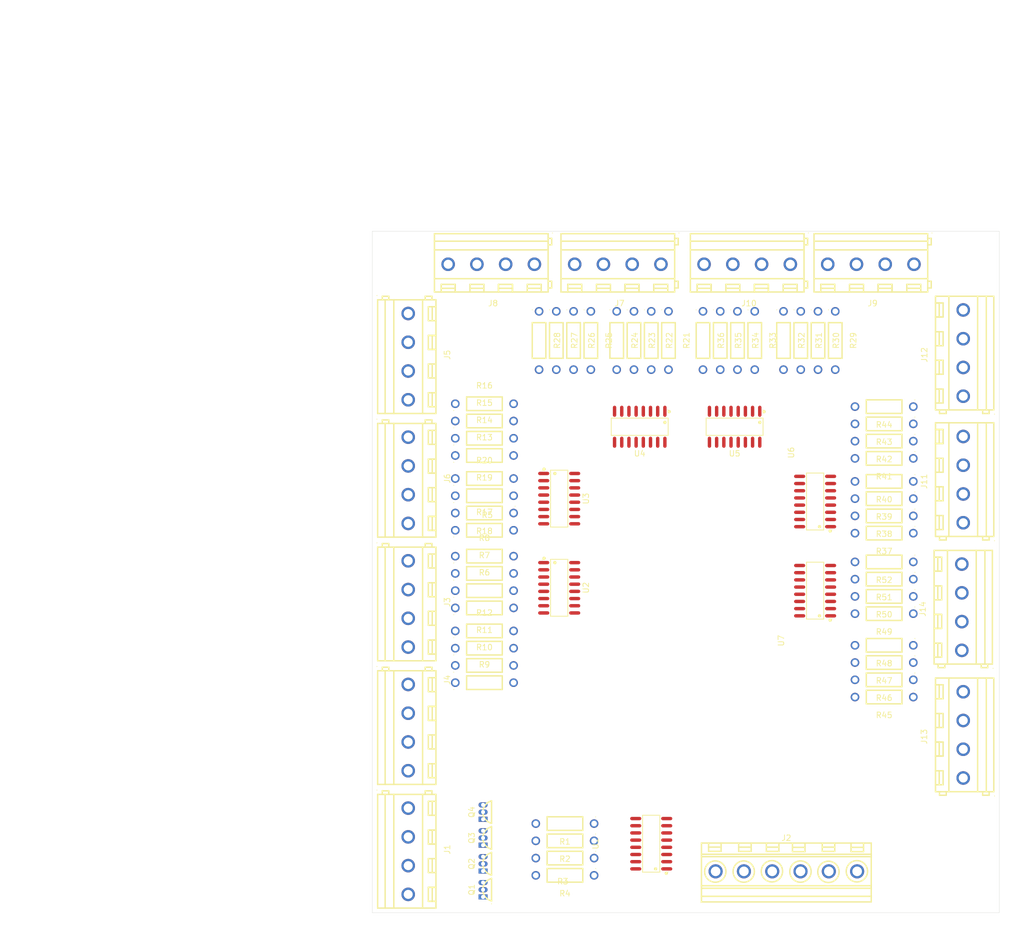
<source format=kicad_pcb>
(kicad_pcb (version 20211014) (generator pcbnew)
  (layers (0 "F.Cu" jumper) (31 "B.Cu" signal) (34 "B.Paste" user) (35 "F.Paste" user) (36 "B.SilkS" user "B.Silkscreen") (37 "F.SilkS" user "F.Silkscreen") (38 "B.Mask" user) (39 "F.Mask" user) (44 "Edge.Cuts" user))
  (net 0 "")
  (net 1 "Net-(J1-Pad1)")
  (net 2 "Net-(J1-Pad2)")
  (net 3 "Net-(J1-Pad3)")
  (net 4 "Net-(J1-Pad4)")
  (net 5 "GND")
  (net 6 "Net-(J2-Pad2)")
  (net 7 "Net-(J2-Pad3)")
  (net 8 "Net-(J2-Pad4)")
  (net 9 "Net-(J2-Pad5)")
  (net 10 "Net-(J3-Pad1)")
  (net 11 "Net-(J3-Pad2)")
  (net 12 "Net-(J3-Pad3)")
  (net 13 "Net-(J3-Pad4)")
  (net 14 "Net-(J4-Pad1)")
  (net 15 "Net-(J4-Pad2)")
  (net 16 "Net-(J4-Pad3)")
  (net 17 "Net-(J4-Pad4)")
  (net 18 "Net-(J5-Pad1)")
  (net 19 "Net-(J5-Pad2)")
  (net 20 "Net-(J5-Pad3)")
  (net 21 "Net-(J5-Pad4)")
  (net 22 "Net-(J6-Pad1)")
  (net 23 "Net-(J6-Pad2)")
  (net 24 "Net-(J6-Pad3)")
  (net 25 "Net-(J6-Pad4)")
  (net 26 "Net-(J7-Pad1)")
  (net 27 "Net-(J7-Pad2)")
  (net 28 "Net-(J7-Pad3)")
  (net 29 "Net-(J7-Pad4)")
  (net 30 "Net-(J8-Pad1)")
  (net 31 "Net-(J8-Pad2)")
  (net 32 "Net-(J8-Pad3)")
  (net 33 "Net-(J8-Pad4)")
  (net 34 "Net-(J9-Pad1)")
  (net 35 "Net-(J9-Pad2)")
  (net 36 "Net-(J9-Pad3)")
  (net 37 "Net-(J9-Pad4)")
  (net 38 "Net-(J10-Pad1)")
  (net 39 "Net-(J10-Pad2)")
  (net 40 "Net-(J10-Pad3)")
  (net 41 "Net-(J10-Pad4)")
  (net 42 "Net-(J11-Pad1)")
  (net 43 "Net-(J11-Pad2)")
  (net 44 "Net-(J11-Pad3)")
  (net 45 "Net-(J11-Pad4)")
  (net 46 "Net-(J12-Pad1)")
  (net 47 "Net-(J12-Pad2)")
  (net 48 "Net-(J12-Pad3)")
  (net 49 "Net-(J12-Pad4)")
  (net 50 "Net-(J13-Pad1)")
  (net 51 "Net-(J13-Pad2)")
  (net 52 "Net-(J13-Pad3)")
  (net 53 "Net-(J13-Pad4)")
  (net 54 "Net-(J14-Pad1)")
  (net 55 "Net-(J14-Pad2)")
  (net 56 "Net-(J14-Pad3)")
  (net 57 "Net-(J14-Pad4)")
  (net 58 "Net-(J2-Pad6)")
  (net 59 "Net-(Q1-Pad2)")
  (net 60 "Net-(Q2-Pad2)")
  (net 61 "Net-(Q3-Pad2)")
  (net 62 "Net-(R1-Pad1)")
  (net 63 "Net-(R2-Pad1)")
  (net 64 "Net-(R3-Pad1)")
  (net 65 "Net-(R4-Pad1)")
  (net 66 "Net-(R6-Pad2)")
  (net 67 "Net-(R7-Pad2)")
  (net 68 "Net-(R8-Pad2)")
  (net 69 "Net-(R9-Pad2)")
  (net 70 "Net-(R10-Pad2)")
  (net 71 "Net-(R11-Pad2)")
  (net 72 "Net-(R12-Pad2)")
  (net 73 "Net-(R13-Pad2)")
  (net 74 "Net-(R14-Pad2)")
  (net 75 "Net-(R15-Pad2)")
  (net 76 "Net-(R16-Pad2)")
  (net 77 "Net-(R17-Pad2)")
  (net 78 "Net-(R18-Pad2)")
  (net 79 "Net-(R19-Pad2)")
  (net 80 "Net-(R20-Pad2)")
  (net 81 "Net-(R21-Pad2)")
  (net 82 "Net-(R22-Pad2)")
  (net 83 "Net-(R23-Pad2)")
  (net 84 "Net-(R24-Pad2)")
  (net 85 "Net-(R25-Pad2)")
  (net 86 "Net-(R26-Pad2)")
  (net 87 "Net-(R27-Pad2)")
  (net 88 "Net-(R28-Pad2)")
  (net 89 "Net-(R29-Pad2)")
  (net 90 "Net-(R30-Pad2)")
  (net 91 "Net-(R31-Pad2)")
  (net 92 "Net-(R32-Pad2)")
  (net 93 "Net-(R33-Pad2)")
  (net 94 "Net-(R34-Pad2)")
  (net 95 "Net-(R35-Pad2)")
  (net 96 "Net-(R36-Pad2)")
  (net 97 "Net-(R37-Pad2)")
  (net 98 "Net-(R38-Pad2)")
  (net 99 "Net-(R39-Pad2)")
  (net 100 "Net-(R40-Pad2)")
  (net 101 "Net-(R41-Pad2)")
  (net 102 "Net-(R42-Pad2)")
  (net 103 "Net-(R43-Pad2)")
  (net 104 "Net-(R44-Pad2)")
  (net 105 "Net-(R45-Pad2)")
  (net 106 "Net-(R46-Pad2)")
  (net 107 "Net-(R47-Pad2)")
  (net 108 "Net-(R48-Pad2)")
  (net 109 "Net-(R49-Pad2)")
  (net 110 "Net-(R50-Pad2)")
  (net 111 "Net-(R51-Pad2)")
  (net 112 "Net-(R52-Pad2)")
  (net 113 "Net-(R5-Pad2)")
  (net 118 "Net-(U1-Pad9)")
  (net 119 "Net-(U2-Pad9)")
  (net 120 "Net-(U3-Pad9)")
  (net 121 "Net-(U4-Pad9)")
  (net 122 "Net-(U5-Pad9)")
  (net 123 "Net-(U6-Pad9)")
  (net 125 "Net-(Q4-Pad2)")
  (footprint "330R:RES-TH_BD2.4-L6.3-P10.30-D0.6" (layer "F.Cu") (at 107.2388 78.3336 -90)
    (fp_text reference "R31" (at 0 -3.2 90) (layer "F.SilkS"))
    (fp_text value "330")
    (pad "1" thru_hole circle locked (at -5.150114 0 270) (size 1.524003 1.524003) (drill 1) (layers *.Cu *.Mask) (net 35 "Net-(J9-Pad2)"))
    (pad "2" thru_hole circle locked (at 5.150114 0 270) (size 1.524003 1.524003) (drill 1) (layers *.Cu *.Mask) (net 91 "Net-(R31-Pad2)"))
  )
  (footprint "330R:RES-TH_BD2.4-L6.3-P10.30-D0.6" (layer "F.Cu") (at 121.9708 135.2296 180)
    (fp_text reference "R47" (at 0 -3.2) (layer "F.SilkS"))
    (fp_text value "330")
    (pad "1" thru_hole circle locked (at -5.150114 0 180) (size 1.524003 1.524003) (drill 1) (layers *.Cu *.Mask) (net 51 "Net-(J13-Pad2)"))
    (pad "2" thru_hole circle locked (at 5.150114 0 180) (size 1.524003 1.524003) (drill 1) (layers *.Cu *.Mask) (net 107 "Net-(R47-Pad2)"))
  )
  (footprint "330R:RES-TH_BD2.4-L6.3-P10.30-D0.6" (layer "F.Cu") (at 51.3588 122.5296)
    (fp_text reference "R6" (at 0 -3.2) (layer "F.SilkS"))
    (fp_text value "330")
    (pad "1" thru_hole circle locked (at -5.150114 0) (size 1.524003 1.524003) (drill 1) (layers *.Cu *.Mask) (net 12 "Net-(J3-Pad3)"))
    (pad "2" thru_hole circle locked (at 5.150114 0) (size 1.524003 1.524003) (drill 1) (layers *.Cu *.Mask) (net 66 "Net-(R6-Pad2)"))
  )
  (footprint "330R:RES-TH_BD2.4-L6.3-P10.30-D0.6" (layer "F.Cu") (at 51.3588 95.6056)
    (fp_text reference "R14" (at 0 -3.2) (layer "F.SilkS"))
    (fp_text value "330")
    (pad "1" thru_hole circle locked (at -5.150114 0) (size 1.524003 1.524003) (drill 1) (layers *.Cu *.Mask) (net 20 "Net-(J5-Pad3)"))
    (pad "2" thru_hole circle locked (at 5.150114 0) (size 1.524003 1.524003) (drill 1) (layers *.Cu *.Mask) (net 74 "Net-(R14-Pad2)"))
  )
  (footprint "330R:RES-TH_BD2.4-L6.3-P10.30-D0.6" (layer "F.Cu") (at 51.3588 105.7656)
    (fp_text reference "R19" (at 0 -3.2) (layer "F.SilkS"))
    (fp_text value "330")
    (pad "1" thru_hole circle locked (at -5.150114 0) (size 1.524003 1.524003) (drill 1) (layers *.Cu *.Mask) (net 23 "Net-(J6-Pad2)"))
    (pad "2" thru_hole circle locked (at 5.150114 0) (size 1.524003 1.524003) (drill 1) (layers *.Cu *.Mask) (net 79 "Net-(R19-Pad2)"))
  )
  (footprint "330R:RES-TH_BD2.4-L6.3-P10.30-D0.6" (layer "F.Cu") (at 51.3588 102.7176)
    (fp_text reference "R20" (at 0 -3.2) (layer "F.SilkS"))
    (fp_text value "330")
    (pad "1" thru_hole circle locked (at -5.150114 0) (size 1.524003 1.524003) (drill 1) (layers *.Cu *.Mask) (net 22 "Net-(J6-Pad1)"))
    (pad "2" thru_hole circle locked (at 5.150114 0) (size 1.524003 1.524003) (drill 1) (layers *.Cu *.Mask) (net 80 "Net-(R20-Pad2)"))
  )
  (footprint "1kR:RES-TH_BD2.4-L6.3-P10.30-D0.6" (layer "F.Cu") (at 65.5828 172.8216 180)
    (fp_text reference "R4" (at 0 -3.2) (layer "F.SilkS"))
    (fp_text value "1000")
    (pad "1" thru_hole circle locked (at -5.150114 0 180) (size 1.524003 1.524003) (drill 1) (layers *.Cu *.Mask) (net 65 "Net-(R4-Pad1)"))
    (pad "2" thru_hole circle locked (at 5.150114 0 180) (size 1.524003 1.524003) (drill 1) (layers *.Cu *.Mask) (net 59 "Net-(Q1-Pad2)"))
  )
  (footprint "74HC595:SOIC-16_L9.9-W3.9-P1.27-LS6.0-BL" (layer "F.Cu") (at 64.5668 122.0216 -90)
    (fp_text reference "U2" (at 0 -4.735585 90) (layer "F.SilkS"))
    (fp_text value "74HC595D,118")
    (pad "1" smd oval locked (at -4.445009 2.735585 270) (size 0.602007 1.970993) (layers "F.Cu" "F.Paste" "F.Mask") (net 71 "Net-(R11-Pad2)"))
    (pad "2" smd oval locked (at -3.175006 2.735585 270) (size 0.602007 1.970993) (layers "F.Cu" "F.Paste" "F.Mask") (net 70 "Net-(R10-Pad2)"))
    (pad "3" smd oval locked (at -1.905004 2.735585 270) (size 0.602007 1.970993) (layers "F.Cu" "F.Paste" "F.Mask") (net 69 "Net-(R9-Pad2)"))
    (pad "4" smd oval locked (at -0.635001 2.735585 270) (size 0.602007 1.970993) (layers "F.Cu" "F.Paste" "F.Mask") (net 68 "Net-(R8-Pad2)"))
    (pad "5" smd oval locked (at 0.635001 2.735585 270) (size 0.602007 1.970993) (layers "F.Cu" "F.Paste" "F.Mask") (net 67 "Net-(R7-Pad2)"))
    (pad "6" smd oval locked (at 1.905004 2.735585 270) (size 0.602007 1.970993) (layers "F.Cu" "F.Paste" "F.Mask") (net 66 "Net-(R6-Pad2)"))
    (pad "7" smd oval locked (at 3.175006 2.735585 270) (size 0.602007 1.970993) (layers "F.Cu" "F.Paste" "F.Mask") (net 113 "Net-(R5-Pad2)"))
    (pad "8" smd oval locked (at 4.445009 2.735585 270) (size 0.602007 1.970993) (layers "F.Cu" "F.Paste" "F.Mask") (net 5 "GND"))
    (pad "9" smd oval locked (at 4.445009 -2.735585 270) (size 0.602007 1.970993) (layers "F.Cu" "F.Paste" "F.Mask") (net 119 "Net-(U2-Pad9)"))
    (pad "10" smd oval locked (at 3.175006 -2.735585 270) (size 0.602007 1.970993) (layers "F.Cu" "F.Paste" "F.Mask") (net 58 "Net-(J2-Pad6)"))
    (pad "11" smd oval locked (at 1.905004 -2.735585 270) (size 0.602007 1.970993) (layers "F.Cu" "F.Paste" "F.Mask") (net 6 "Net-(J2-Pad2)"))
    (pad "12" smd oval locked (at 0.635001 -2.735585 270) (size 0.602007 1.970993) (layers "F.Cu" "F.Paste" "F.Mask") (net 7 "Net-(J2-Pad3)"))
    (pad "13" smd oval locked (at -0.635001 -2.735585 270) (size 0.602007 1.970993) (layers "F.Cu" "F.Paste" "F.Mask") (net 8 "Net-(J2-Pad4)"))
    (pad "14" smd oval locked (at -1.905004 -2.735585 270) (size 0.602007 1.970993) (layers "F.Cu" "F.Paste" "F.Mask") (net 118 "Net-(U1-Pad9)"))
    (pad "15" smd oval locked (at -3.175006 -2.735585 270) (size 0.602007 1.970993) (layers "F.Cu" "F.Paste" "F.Mask") (net 72 "Net-(R12-Pad2)"))
    (pad "16" smd oval locked (at -4.445009 -2.735585 270) (size 0.602007 1.970993) (layers "F.Cu" "F.Paste" "F.Mask") (net 58 "Net-(J2-Pad6)"))
  )
  (footprint "330R:RES-TH_BD2.4-L6.3-P10.30-D0.6" (layer "F.Cu") (at 77.7748 78.3336 -90)
    (fp_text reference "R23" (at 0 -3.2 90) (layer "F.SilkS"))
    (fp_text value "330")
    (pad "1" thru_hole circle locked (at -5.150114 0 270) (size 1.524003 1.524003) (drill 1) (layers *.Cu *.Mask) (net 27 "Net-(J7-Pad2)"))
    (pad "2" thru_hole circle locked (at 5.150114 0 270) (size 1.524003 1.524003) (drill 1) (layers *.Cu *.Mask) (net 83 "Net-(R23-Pad2)"))
  )
  (footprint "330R:RES-TH_BD2.4-L6.3-P10.30-D0.6" (layer "F.Cu") (at 121.9708 103.2256 180)
    (fp_text reference "R40" (at 0 -3.2) (layer "F.SilkS"))
    (fp_text value "330")
    (pad "1" thru_hole circle locked (at -5.150114 0 180) (size 1.524003 1.524003) (drill 1) (layers *.Cu *.Mask) (net 42 "Net-(J11-Pad1)"))
    (pad "2" thru_hole circle locked (at 5.150114 0 180) (size 1.524003 1.524003) (drill 1) (layers *.Cu *.Mask) (net 100 "Net-(R40-Pad2)"))
  )
  (footprint "330R:RES-TH_BD2.4-L6.3-P10.30-D0.6" (layer "F.Cu") (at 104.1908 78.3336 -90)
    (fp_text reference "R32" (at 0 -3.2 90) (layer "F.SilkS"))
    (fp_text value "330")
    (pad "1" thru_hole circle locked (at -5.150114 0 270) (size 1.524003 1.524003) (drill 1) (layers *.Cu *.Mask) (net 34 "Net-(J9-Pad1)"))
    (pad "2" thru_hole circle locked (at 5.150114 0 270) (size 1.524003 1.524003) (drill 1) (layers *.Cu *.Mask) (net 92 "Net-(R32-Pad2)"))
  )
  (footprint "330R:RES-TH_BD2.4-L6.3-P10.30-D0.6" (layer "F.Cu") (at 80.8228 78.3336 -90)
    (fp_text reference "R22" (at 0 -3.2 90) (layer "F.SilkS"))
    (fp_text value "330")
    (pad "1" thru_hole circle locked (at -5.150114 0 270) (size 1.524003 1.524003) (drill 1) (layers *.Cu *.Mask) (net 28 "Net-(J7-Pad3)"))
    (pad "2" thru_hole circle locked (at 5.150114 0 270) (size 1.524003 1.524003) (drill 1) (layers *.Cu *.Mask) (net 82 "Net-(R22-Pad2)"))
  )
  (footprint "330R:RES-TH_BD2.4-L6.3-P10.30-D0.6" (layer "F.Cu") (at 51.3588 98.6536)
    (fp_text reference "R13" (at 0 -3.2) (layer "F.SilkS"))
    (fp_text value "330")
    (pad "1" thru_hole circle locked (at -5.150114 0) (size 1.524003 1.524003) (drill 1) (layers *.Cu *.Mask) (net 21 "Net-(J5-Pad4)"))
    (pad "2" thru_hole circle locked (at 5.150114 0) (size 1.524003 1.524003) (drill 1) (layers *.Cu *.Mask) (net 73 "Net-(R13-Pad2)"))
  )
  (footprint "74HC595:SOIC-16_L9.9-W3.9-P1.27-LS6.0-BL" (layer "F.Cu") (at 95.5548 93.5736 180)
    (fp_text reference "U5" (at 0 -4.735585) (layer "F.SilkS"))
    (fp_text value "74HC595D,118")
    (pad "1" smd oval locked (at -4.445009 2.735585 180) (size 0.602007 1.970993) (layers "F.Cu" "F.Paste" "F.Mask") (net 95 "Net-(R35-Pad2)"))
    (pad "2" smd oval locked (at -3.175006 2.735585 180) (size 0.602007 1.970993) (layers "F.Cu" "F.Paste" "F.Mask") (net 94 "Net-(R34-Pad2)"))
    (pad "3" smd oval locked (at -1.905004 2.735585 180) (size 0.602007 1.970993) (layers "F.Cu" "F.Paste" "F.Mask") (net 93 "Net-(R33-Pad2)"))
    (pad "4" smd oval locked (at -0.635001 2.735585 180) (size 0.602007 1.970993) (layers "F.Cu" "F.Paste" "F.Mask") (net 92 "Net-(R32-Pad2)"))
    (pad "5" smd oval locked (at 0.635001 2.735585 180) (size 0.602007 1.970993) (layers "F.Cu" "F.Paste" "F.Mask") (net 91 "Net-(R31-Pad2)"))
    (pad "6" smd oval locked (at 1.905004 2.735585 180) (size 0.602007 1.970993) (layers "F.Cu" "F.Paste" "F.Mask") (net 90 "Net-(R30-Pad2)"))
    (pad "7" smd oval locked (at 3.175006 2.735585 180) (size 0.602007 1.970993) (layers "F.Cu" "F.Paste" "F.Mask") (net 89 "Net-(R29-Pad2)"))
    (pad "8" smd oval locked (at 4.445009 2.735585 180) (size 0.602007 1.970993) (layers "F.Cu" "F.Paste" "F.Mask") (net 5 "GND"))
    (pad "9" smd oval locked (at 4.445009 -2.735585 180) (size 0.602007 1.970993) (layers "F.Cu" "F.Paste" "F.Mask") (net 122 "Net-(U5-Pad9)"))
    (pad "10" smd oval locked (at 3.175006 -2.735585 180) (size 0.602007 1.970993) (layers "F.Cu" "F.Paste" "F.Mask") (net 58 "Net-(J2-Pad6)"))
    (pad "11" smd oval locked (at 1.905004 -2.735585 180) (size 0.602007 1.970993) (layers "F.Cu" "F.Paste" "F.Mask") (net 6 "Net-(J2-Pad2)"))
    (pad "12" smd oval locked (at 0.635001 -2.735585 180) (size 0.602007 1.970993) (layers "F.Cu" "F.Paste" "F.Mask") (net 7 "Net-(J2-Pad3)"))
    (pad "13" smd oval locked (at -0.635001 -2.735585 180) (size 0.602007 1.970993) (layers "F.Cu" "F.Paste" "F.Mask") (net 8 "Net-(J2-Pad4)"))
    (pad "14" smd oval locked (at -1.905004 -2.735585 180) (size 0.602007 1.970993) (layers "F.Cu" "F.Paste" "F.Mask") (net 121 "Net-(U4-Pad9)"))
    (pad "15" smd oval locked (at -3.175006 -2.735585 180) (size 0.602007 1.970993) (layers "F.Cu" "F.Paste" "F.Mask") (net 96 "Net-(R36-Pad2)"))
    (pad "16" smd oval locked (at -4.445009 -2.735585 180) (size 0.602007 1.970993) (layers "F.Cu" "F.Paste" "F.Mask") (net 58 "Net-(J2-Pad6)"))
  )
  (footprint "DB128V-5.0-4P-GN-S:CONN-TH_DB128V-5.0-4P" (layer "F.Cu") (at 75.2348 64.6176 180)
    (fp_text reference "J7" (at 0 -7.15) (layer "F.SilkS"))
    (fp_text value "DB128V-5_0-4P")
    (pad "1" thru_hole circle locked (at -7.30602 -0.25 180) (size 2.4 2.4) (drill 1.6) (layers *.Cu *.Mask) (net 26 "Net-(J7-Pad1)"))
    (pad "2" thru_hole circle locked (at -2.22601 -0.25 180) (size 2.4 2.4) (drill 1.6) (layers *.Cu *.Mask) (net 27 "Net-(J7-Pad2)"))
    (pad "3" thru_hole circle locked (at 2.854001 -0.25 180) (size 2.4 2.4) (drill 1.6) (layers *.Cu *.Mask) (net 28 "Net-(J7-Pad3)"))
    (pad "4" thru_hole circle locked (at 7.934011 -0.25 180) (size 2.4 2.4) (drill 1.6) (layers *.Cu *.Mask) (net 29 "Net-(J7-Pad4)"))
  )
  (footprint "330R:RES-TH_BD2.4-L6.3-P10.30-D0.6" (layer "F.Cu") (at 61.0108 78.3336 -90)
    (fp_text reference "R28" (at 0 -3.2 90) (layer "F.SilkS"))
    (fp_text value "330")
    (pad "1" thru_hole circle locked (at -5.150114 0 270) (size 1.524003 1.524003) (drill 1) (layers *.Cu *.Mask) (net 30 "Net-(J8-Pad1)"))
    (pad "2" thru_hole circle locked (at 5.150114 0 270) (size 1.524003 1.524003) (drill 1) (layers *.Cu *.Mask) (net 88 "Net-(R28-Pad2)"))
  )
  (footprint "330R:RES-TH_BD2.4-L6.3-P10.30-D0.6" (layer "F.Cu") (at 51.3588 135.7376)
    (fp_text reference "R10" (at 0 -3.2) (layer "F.SilkS"))
    (fp_text value "330")
    (pad "1" thru_hole circle locked (at -5.150114 0) (size 1.524003 1.524003) (drill 1) (layers *.Cu *.Mask) (net 16 "Net-(J4-Pad3)"))
    (pad "2" thru_hole circle locked (at 5.150114 0) (size 1.524003 1.524003) (drill 1) (layers *.Cu *.Mask) (net 70 "Net-(R10-Pad2)"))
  )
  (footprint "DB128V-5.0-4P-GN-S:CONN-TH_DB128V-5.0-4P" (layer "F.Cu") (at 37.6428 124.5616 -90)
    (fp_text reference "J3" (at 0 -7.15 90) (layer "F.SilkS"))
    (fp_text value "DB128V-5_0-4P")
    (pad "1" thru_hole circle locked (at -7.30602 -0.25 270) (size 2.4 2.4) (drill 1.6) (layers *.Cu *.Mask) (net 10 "Net-(J3-Pad1)"))
    (pad "2" thru_hole circle locked (at -2.22601 -0.25 270) (size 2.4 2.4) (drill 1.6) (layers *.Cu *.Mask) (net 11 "Net-(J3-Pad2)"))
    (pad "3" thru_hole circle locked (at 2.854001 -0.25 270) (size 2.4 2.4) (drill 1.6) (layers *.Cu *.Mask) (net 12 "Net-(J3-Pad3)"))
    (pad "4" thru_hole circle locked (at 7.934011 -0.25 270) (size 2.4 2.4) (drill 1.6) (layers *.Cu *.Mask) (net 13 "Net-(J3-Pad4)"))
  )
  (footprint "330R:RES-TH_BD2.4-L6.3-P10.30-D0.6" (layer "F.Cu") (at 67.1068 78.3336 -90)
    (fp_text reference "R26" (at 0 -3.2 90) (layer "F.SilkS"))
    (fp_text value "330")
    (pad "1" thru_hole circle locked (at -5.150114 0 270) (size 1.524003 1.524003) (drill 1) (layers *.Cu *.Mask) (net 32 "Net-(J8-Pad3)"))
    (pad "2" thru_hole circle locked (at 5.150114 0 270) (size 1.524003 1.524003) (drill 1) (layers *.Cu *.Mask) (net 86 "Net-(R26-Pad2)"))
  )
  (footprint "330R:RES-TH_BD2.4-L6.3-P10.30-D0.6" (layer "F.Cu") (at 51.3588 138.7856)
    (fp_text reference "R9" (at 0 -3.2) (layer "F.SilkS"))
    (fp_text value "330")
    (pad "1" thru_hole circle locked (at -5.150114 0) (size 1.524003 1.524003) (drill 1) (layers *.Cu *.Mask) (net 17 "Net-(J4-Pad4)"))
    (pad "2" thru_hole circle locked (at 5.150114 0) (size 1.524003 1.524003) (drill 1) (layers *.Cu *.Mask) (net 69 "Net-(R9-Pad2)"))
  )
  (footprint "DB128V-5.0-4P-GN-S:CONN-TH_DB128V-5.0-4P" (layer "F.Cu") (at 136.1948 148.317598 90)
    (fp_text reference "J13" (at 0 -7.15 90) (layer "F.SilkS"))
    (fp_text value "DB128V-5_0-4P")
    (pad "1" thru_hole circle locked (at -7.30602 -0.25 90) (size 2.4 2.4) (drill 1.6) (layers *.Cu *.Mask) (net 50 "Net-(J13-Pad1)"))
    (pad "2" thru_hole circle locked (at -2.22601 -0.25 90) (size 2.4 2.4) (drill 1.6) (layers *.Cu *.Mask) (net 51 "Net-(J13-Pad2)"))
    (pad "3" thru_hole circle locked (at 2.854001 -0.25 90) (size 2.4 2.4) (drill 1.6) (layers *.Cu *.Mask) (net 52 "Net-(J13-Pad3)"))
    (pad "4" thru_hole circle locked (at 7.934011 -0.25 90) (size 2.4 2.4) (drill 1.6) (layers *.Cu *.Mask) (net 53 "Net-(J13-Pad4)"))
  )
  (footprint "330R:RES-TH_BD2.4-L6.3-P10.30-D0.6" (layer "F.Cu") (at 51.3588 92.5576)
    (fp_text reference "R15" (at 0 -3.2) (layer "F.SilkS"))
    (fp_text value "330")
    (pad "1" thru_hole circle locked (at -5.150114 0) (size 1.524003 1.524003) (drill 1) (layers *.Cu *.Mask) (net 19 "Net-(J5-Pad2)"))
    (pad "2" thru_hole circle locked (at 5.150114 0) (size 1.524003 1.524003) (drill 1) (layers *.Cu *.Mask) (net 75 "Net-(R15-Pad2)"))
  )
  (footprint "74HC595:SOIC-16_L9.9-W3.9-P1.27-LS6.0-BL" (layer "F.Cu") (at 78.7908 93.5736 180)
    (fp_text reference "U4" (at 0 -4.735585) (layer "F.SilkS"))
    (fp_text value "74HC595D,118")
    (pad "1" smd oval locked (at -4.445009 2.735585 180) (size 0.602007 1.970993) (layers "F.Cu" "F.Paste" "F.Mask") (net 87 "Net-(R27-Pad2)"))
    (pad "2" smd oval locked (at -3.175006 2.735585 180) (size 0.602007 1.970993) (layers "F.Cu" "F.Paste" "F.Mask") (net 86 "Net-(R26-Pad2)"))
    (pad "3" smd oval locked (at -1.905004 2.735585 180) (size 0.602007 1.970993) (layers "F.Cu" "F.Paste" "F.Mask") (net 85 "Net-(R25-Pad2)"))
    (pad "4" smd oval locked (at -0.635001 2.735585 180) (size 0.602007 1.970993) (layers "F.Cu" "F.Paste" "F.Mask") (net 84 "Net-(R24-Pad2)"))
    (pad "5" smd oval locked (at 0.635001 2.735585 180) (size 0.602007 1.970993) (layers "F.Cu" "F.Paste" "F.Mask") (net 83 "Net-(R23-Pad2)"))
    (pad "6" smd oval locked (at 1.905004 2.735585 180) (size 0.602007 1.970993) (layers "F.Cu" "F.Paste" "F.Mask") (net 82 "Net-(R22-Pad2)"))
    (pad "7" smd oval locked (at 3.175006 2.735585 180) (size 0.602007 1.970993) (layers "F.Cu" "F.Paste" "F.Mask") (net 81 "Net-(R21-Pad2)"))
    (pad "8" smd oval locked (at 4.445009 2.735585 180) (size 0.602007 1.970993) (layers "F.Cu" "F.Paste" "F.Mask") (net 5 "GND"))
    (pad "9" smd oval locked (at 4.445009 -2.735585 180) (size 0.602007 1.970993) (layers "F.Cu" "F.Paste" "F.Mask") (net 121 "Net-(U4-Pad9)"))
    (pad "10" smd oval locked (at 3.175006 -2.735585 180) (size 0.602007 1.970993) (layers "F.Cu" "F.Paste" "F.Mask") (net 58 "Net-(J2-Pad6)"))
    (pad "11" smd oval locked (at 1.905004 -2.735585 180) (size 0.602007 1.970993) (layers "F.Cu" "F.Paste" "F.Mask") (net 6 "Net-(J2-Pad2)"))
    (pad "12" smd oval locked (at 0.635001 -2.735585 180) (size 0.602007 1.970993) (layers "F.Cu" "F.Paste" "F.Mask") (net 7 "Net-(J2-Pad3)"))
    (pad "13" smd oval locked (at -0.635001 -2.735585 180) (size 0.602007 1.970993) (layers "F.Cu" "F.Paste" "F.Mask") (net 8 "Net-(J2-Pad4)"))
    (pad "14" smd oval locked (at -1.905004 -2.735585 180) (size 0.602007 1.970993) (layers "F.Cu" "F.Paste" "F.Mask") (net 120 "Net-(U3-Pad9)"))
    (pad "15" smd oval locked (at -3.175006 -2.735585 180) (size 0.602007 1.970993) (layers "F.Cu" "F.Paste" "F.Mask") (net 88 "Net-(R28-Pad2)"))
    (pad "16" smd oval locked (at -4.445009 -2.735585 180) (size 0.602007 1.970993) (layers "F.Cu" "F.Paste" "F.Mask") (net 58 "Net-(J2-Pad6)"))
  )
  (footprint "330R:RES-TH_BD2.4-L6.3-P10.30-D0.6" (layer "F.Cu") (at 51.3588 89.5096)
    (fp_text reference "R16" (at 0 -3.2) (layer "F.SilkS"))
    (fp_text value "330")
    (pad "1" thru_hole circle locked (at -5.150114 0) (size 1.524003 1.524003) (drill 1) (layers *.Cu *.Mask) (net 18 "Net-(J5-Pad1)"))
    (pad "2" thru_hole circle locked (at 5.150114 0) (size 1.524003 1.524003) (drill 1) (layers *.Cu *.Mask) (net 76 "Net-(R16-Pad2)"))
  )
  (footprint "330R:RES-TH_BD2.4-L6.3-P10.30-D0.6" (layer "F.Cu") (at 89.9668 78.3336 -90)
    (fp_text reference "R36" (at 0 -3.2 90) (layer "F.SilkS"))
    (fp_text value "330")
    (pad "1" thru_hole circle locked (at -5.150114 0 270) (size 1.524003 1.524003) (drill 1) (layers *.Cu *.Mask) (net 38 "Net-(J10-Pad1)"))
    (pad "2" thru_hole circle locked (at 5.150114 0 270) (size 1.524003 1.524003) (drill 1) (layers *.Cu *.Mask) (net 96 "Net-(R36-Pad2)"))
  )
  (footprint "330R:RES-TH_BD2.4-L6.3-P10.30-D0.6" (layer "F.Cu") (at 121.9708 132.1816 180)
    (fp_text reference "R48" (at 0 -3.2) (layer "F.SilkS"))
    (fp_text value "330")
    (pad "1" thru_hole circle locked (at -5.150114 0 180) (size 1.524003 1.524003) (drill 1) (layers *.Cu *.Mask) (net 50 "Net-(J13-Pad1)"))
    (pad "2" thru_hole circle locked (at 5.150114 0 180) (size 1.524003 1.524003) (drill 1) (layers *.Cu *.Mask) (net 108 "Net-(R48-Pad2)"))
  )
  (footprint "330R:RES-TH_BD2.4-L6.3-P10.30-D0.6" (layer "F.Cu") (at 51.3588 111.8616)
    (fp_text reference "R17" (at 0 -3.2) (layer "F.SilkS"))
    (fp_text value "330")
    (pad "1" thru_hole circle locked (at -5.150114 0) (size 1.524003 1.524003) (drill 1) (layers *.Cu *.Mask) (net 25 "Net-(J6-Pad4)"))
    (pad "2" thru_hole circle locked (at 5.150114 0) (size 1.524003 1.524003) (drill 1) (layers *.Cu *.Mask) (net 77 "Net-(R17-Pad2)"))
  )
  (footprint "DB128V-5.0-4P-GN-S:CONN-TH_DB128V-5.0-4P" (layer "F.Cu") (at 136.1948 80.8736 90)
    (fp_text reference "J12" (at 0 -7.112 90) (layer "F.SilkS"))
    (fp_text value "DB128V-5_0-4P")
    (pad "1" thru_hole circle locked (at -7.30602 -0.25 90) (size 2.4 2.4) (drill 1.6) (layers *.Cu *.Mask) (net 46 "Net-(J12-Pad1)"))
    (pad "2" thru_hole circle locked (at -2.22601 -0.25 90) (size 2.4 2.4) (drill 1.6) (layers *.Cu *.Mask) (net 47 "Net-(J12-Pad2)"))
    (pad "3" thru_hole circle locked (at 2.854001 -0.25 90) (size 2.4 2.4) (drill 1.6) (layers *.Cu *.Mask) (net 48 "Net-(J12-Pad3)"))
    (pad "4" thru_hole circle locked (at 7.934011 -0.25 90) (size 2.4 2.4) (drill 1.6) (layers *.Cu *.Mask) (net 49 "Net-(J12-Pad4)"))
  )
  (footprint "2N2222A:TO-92-3_L4.9-W3.7-P1.27-L" (layer "F.Cu") (at 51.8668 175.3616 90)
    (fp_text reference "Q1" (at 0 -2.749936 90) (layer "F.SilkS"))
    (fp_text value "2N2222")
    (pad "1" thru_hole rect locked (at -1.270003 -0.749936 90) (size 0.9 1.6) (drill 0.700025) (layers *.Cu *.Mask) (net 4 "Net-(J1-Pad4)"))
    (pad "2" thru_hole oval locked (at 0 -0.749936 90) (size 0.9 1.6) (drill 0.700025) (layers *.Cu *.Mask) (net 59 "Net-(Q1-Pad2)"))
    (pad "3" thru_hole oval locked (at 1.270003 -0.749936 90) (size 0.9 1.6) (drill 0.700025) (layers *.Cu *.Mask) (net 5 "GND"))
  )
  (footprint "DB128V-5.0-4P-GN-S:CONN-TH_DB128V-5.0-4P" (layer "F.Cu") (at 37.6428 102.7176 -90)
    (fp_text reference "J6" (at 0 -7.15 90) (layer "F.SilkS"))
    (fp_text value "DB128V-5_0-4P")
    (pad "1" thru_hole circle locked (at -7.30602 -0.25 270) (size 2.4 2.4) (drill 1.6) (layers *.Cu *.Mask) (net 22 "Net-(J6-Pad1)"))
    (pad "2" thru_hole circle locked (at -2.22601 -0.25 270) (size 2.4 2.4) (drill 1.6) (layers *.Cu *.Mask) (net 23 "Net-(J6-Pad2)"))
    (pad "3" thru_hole circle locked (at 2.854001 -0.25 270) (size 2.4 2.4) (drill 1.6) (layers *.Cu *.Mask) (net 24 "Net-(J6-Pad3)"))
    (pad "4" thru_hole circle locked (at 7.934011 -0.25 270) (size 2.4 2.4) (drill 1.6) (layers *.Cu *.Mask) (net 25 "Net-(J6-Pad4)"))
  )
  (footprint "330R:RES-TH_BD2.4-L6.3-P10.30-D0.6" (layer "F.Cu") (at 121.9708 96.1136 180)
    (fp_text reference "R42" (at 0 -3.2) (layer "F.SilkS"))
    (fp_text value "330")
    (pad "1" thru_hole circle locked (at -5.150114 0 180) (size 1.524003 1.524003) (drill 1) (layers *.Cu *.Mask) (net 48 "Net-(J12-Pad3)"))
    (pad "2" thru_hole circle locked (at 5.150114 0 180) (size 1.524003 1.524003) (drill 1) (layers *.Cu *.Mask) (net 102 "Net-(R42-Pad2)"))
  )
  (footprint "74HC595:SOIC-16_L9.9-W3.9-P1.27-LS6.0-BL" (layer "F.Cu") (at 80.8228 167.2336 90)
    (fp_text reference "U1" (at 0 -9.815585 90) (layer "F.SilkS"))
    (fp_text value "74HC595D,118")
    (pad "1" smd oval locked (at -4.445009 2.735585 90) (size 0.602007 1.970993) (layers "F.Cu" "F.Paste" "F.Mask") (net 62 "Net-(R1-Pad1)"))
    (pad "2" smd oval locked (at -3.175006 2.735585 90) (size 0.602007 1.970993) (layers "F.Cu" "F.Paste" "F.Mask") (net 63 "Net-(R2-Pad1)"))
    (pad "3" smd oval locked (at -1.905004 2.735585 90) (size 0.602007 1.970993) (layers "F.Cu" "F.Paste" "F.Mask") (net 64 "Net-(R3-Pad1)"))
    (pad "4" smd oval locked (at -0.635001 2.735585 90) (size 0.602007 1.970993) (layers "F.Cu" "F.Paste" "F.Mask") (net 65 "Net-(R4-Pad1)"))
    (pad "5" smd oval locked (at 0.635001 2.735585 90) (size 0.602007 1.970993) (layers "F.Cu" "F.Paste" "F.Mask"))
    (pad "6" smd oval locked (at 1.905004 2.735585 90) (size 0.602007 1.970993) (layers "F.Cu" "F.Paste" "F.Mask"))
    (pad "7" smd oval locked (at 3.175006 2.735585 90) (size 0.602007 1.970993) (layers "F.Cu" "F.Paste" "F.Mask"))
    (pad "8" smd oval locked (at 4.445009 2.735585 90) (size 0.602007 1.970993) (layers "F.Cu" "F.Paste" "F.Mask") (net 5 "GND"))
    (pad "9" smd oval locked (at 4.445009 -2.735585 90) (size 0.602007 1.970993) (layers "F.Cu" "F.Paste" "F.Mask") (net 118 "Net-(U1-Pad9)"))
    (pad "10" smd oval locked (at 3.175006 -2.735585 90) (size 0.602007 1.970993) (layers "F.Cu" "F.Paste" "F.Mask") (net 58 "Net-(J2-Pad6)"))
    (pad "11" smd oval locked (at 1.905004 -2.735585 90) (size 0.602007 1.970993) (layers "F.Cu" "F.Paste" "F.Mask") (net 6 "Net-(J2-Pad2)"))
    (pad "12" smd oval locked (at 0.635001 -2.735585 90) (size 0.602007 1.970993) (layers "F.Cu" "F.Paste" "F.Mask") (net 7 "Net-(J2-Pad3)"))
    (pad "13" smd oval locked (at -0.635001 -2.735585 90) (size 0.602007 1.970993) (layers "F.Cu" "F.Paste" "F.Mask") (net 8 "Net-(J2-Pad4)"))
    (pad "14" smd oval locked (at -1.905004 -2.735585 90) (size 0.602007 1.970993) (layers "F.Cu" "F.Paste" "F.Mask") (net 9 "Net-(J2-Pad5)"))
    (pad "15" smd oval locked (at -3.175006 -2.735585 90) (size 0.602007 1.970993) (layers "F.Cu" "F.Paste" "F.Mask"))
    (pad "16" smd oval locked (at -4.445009 -2.735585 90) (size 0.602007 1.970993) (layers "F.Cu" "F.Paste" "F.Mask") (net 58 "Net-(J2-Pad6)"))
  )
  (footprint "330R:RES-TH_BD2.4-L6.3-P10.30-D0.6" (layer "F.Cu") (at 121.9708 99.1616 180)
    (fp_text reference "R41" (at 0 -3.2) (layer "F.SilkS"))
    (fp_text value "330")
    (pad "1" thru_hole circle locked (at -5.150114 0 180) (size 1.524003 1.524003) (drill 1) (layers *.Cu *.Mask) (net 49 "Net-(J12-Pad4)"))
    (pad "2" thru_hole circle locked (at 5.150114 0 180) (size 1.524003 1.524003) (drill 1) (layers *.Cu *.Mask) (net 101 "Net-(R41-Pad2)"))
  )
  (footprint "330R:RES-TH_BD2.4-L6.3-P10.30-D0.6" (layer "F.Cu") (at 51.3588 132.6896)
    (fp_text reference "R11" (at 0 -3.2) (layer "F.SilkS"))
    (fp_text value "330")
    (pad "1" thru_hole circle locked (at -5.150114 0) (size 1.524003 1.524003) (drill 1) (layers *.Cu *.Mask) (net 15 "Net-(J4-Pad2)"))
    (pad "2" thru_hole circle locked (at 5.150114 0) (size 1.524003 1.524003) (drill 1) (layers *.Cu *.Mask) (net 71 "Net-(R11-Pad2)"))
  )
  (footprint "330R:RES-TH_BD2.4-L6.3-P10.30-D0.6" (layer "F.Cu") (at 121.9708 126.5936 180)
    (fp_text reference "R49" (at 0 -3.2) (layer "F.SilkS"))
    (fp_text value "330")
    (pad "1" thru_hole circle locked (at -5.150114 0 180) (size 1.524003 1.524003) (drill 1) (layers *.Cu *.Mask) (net 57 "Net-(J14-Pad4)"))
    (pad "2" thru_hole circle locked (at 5.150114 0 180) (size 1.524003 1.524003) (drill 1) (layers *.Cu *.Mask) (net 109 "Net-(R49-Pad2)"))
  )
  (footprint "330R:RES-TH_BD2.4-L6.3-P10.30-D0.6" (layer "F.Cu") (at 121.9708 123.5456 180)
    (fp_text reference "R50" (at 0 -3.2) (layer "F.SilkS"))
    (fp_text value "330")
    (pad "1" thru_hole circle locked (at -5.150114 0 180) (size 1.524003 1.524003) (drill 1) (layers *.Cu *.Mask) (net 56 "Net-(J14-Pad3)"))
    (pad "2" thru_hole circle locked (at 5.150114 0 180) (size 1.524003 1.524003) (drill 1) (layers *.Cu *.Mask) (net 110 "Net-(R50-Pad2)"))
  )
  (footprint "DB128V-5.0-4P-GN-S:CONN-TH_DB128V-5.0-4P" (layer "F.Cu") (at 37.6428 80.8736 -90)
    (fp_text reference "J5" (at 0 -7.15 90) (layer "F.SilkS"))
    (fp_text value "DB128V-5_0-4P")
    (pad "1" thru_hole circle locked (at -7.30602 -0.25 270) (size 2.4 2.4) (drill 1.6) (layers *.Cu *.Mask) (net 18 "Net-(J5-Pad1)"))
    (pad "2" thru_hole circle locked (at -2.22601 -0.25 270) (size 2.4 2.4) (drill 1.6) (layers *.Cu *.Mask) (net 19 "Net-(J5-Pad2)"))
    (pad "3" thru_hole circle locked (at 2.854001 -0.25 270) (size 2.4 2.4) (drill 1.6) (layers *.Cu *.Mask) (net 20 "Net-(J5-Pad3)"))
    (pad "4" thru_hole circle locked (at 7.934011 -0.25 270) (size 2.4 2.4) (drill 1.6) (layers *.Cu *.Mask) (net 21 "Net-(J5-Pad4)"))
  )
  (footprint "330R:RES-TH_BD2.4-L6.3-P10.30-D0.6" (layer "F.Cu") (at 113.3348 78.3336 -90)
    (fp_text reference "R29" (at 0 -3.2 90) (layer "F.SilkS"))
    (fp_text value "330")
    (pad "1" thru_hole circle locked (at -5.150114 0 270) (size 1.524003 1.524003) (drill 1) (layers *.Cu *.Mask) (net 37 "Net-(J9-Pad4)"))
    (pad "2" thru_hole circle locked (at 5.150114 0 270) (size 1.524003 1.524003) (drill 1) (layers *.Cu *.Mask) (net 89 "Net-(R29-Pad2)"))
  )
  (footprint "330R:RES-TH_BD2.4-L6.3-P10.30-D0.6" (layer "F.Cu") (at 51.3588 119.4816)
    (fp_text reference "R7" (at 0 -3.2) (layer "F.SilkS"))
    (fp_text value "330")
    (pad "1" thru_hole circle locked (at -5.150114 0) (size 1.524003 1.524003) (drill 1) (layers *.Cu *.Mask) (net 11 "Net-(J3-Pad2)"))
    (pad "2" thru_hole circle locked (at 5.150114 0) (size 1.524003 1.524003) (drill 1) (layers *.Cu *.Mask) (net 67 "Net-(R7-Pad2)"))
  )
  (footprint "330R:RES-TH_BD2.4-L6.3-P10.30-D0.6" (layer "F.Cu") (at 121.9708 138.2776 180)
    (fp_text reference "R46" (at 0 -3.2) (layer "F.SilkS"))
    (fp_text value "330")
    (pad "1" thru_hole circle locked (at -5.150114 0 180) (size 1.524003 1.524003) (drill 1) (layers *.Cu *.Mask) (net 52 "Net-(J13-Pad3)"))
    (pad "2" thru_hole circle locked (at 5.150114 0 180) (size 1.524003 1.524003) (drill 1) (layers *.Cu *.Mask) (net 106 "Net-(R46-Pad2)"))
  )
  (footprint "DB128V-5.0-4P-GN-S:CONN-TH_DB128V-5.0-4P" (layer "F.Cu") (at 136.1948 103.2256 90)
    (fp_text reference "J11" (at 0 -7.15 90) (layer "F.SilkS"))
    (fp_text value "DB128V-5_0-4P")
    (pad "1" thru_hole circle locked (at -7.30602 -0.25 90) (size 2.4 2.4) (drill 1.6) (layers *.Cu *.Mask) (net 42 "Net-(J11-Pad1)"))
    (pad "2" thru_hole circle locked (at -2.22601 -0.25 90) (size 2.4 2.4) (drill 1.6) (layers *.Cu *.Mask) (net 43 "Net-(J11-Pad2)"))
    (pad "3" thru_hole circle locked (at 2.854001 -0.25 90) (size 2.4 2.4) (drill 1.6) (layers *.Cu *.Mask) (net 44 "Net-(J11-Pad3)"))
    (pad "4" thru_hole circle locked (at 7.934011 -0.25 90) (size 2.4 2.4) (drill 1.6) (layers *.Cu *.Mask) (net 45 "Net-(J11-Pad4)"))
  )
  (footprint "DB128V-5.0-4P-GN-S:CONN-TH_DB128V-5.0-4P" (layer "F.Cu") (at 37.6428 146.4056 -90)
    (fp_text reference "J4" (at -8.128 -7.15 90) (layer "F.SilkS"))
    (fp_text value "DB128V-5_0-4P")
    (pad "1" thru_hole circle locked (at -7.30602 -0.25 270) (size 2.4 2.4) (drill 1.6) (layers *.Cu *.Mask) (net 14 "Net-(J4-Pad1)"))
    (pad "2" thru_hole circle locked (at -2.22601 -0.25 270) (size 2.4 2.4) (drill 1.6) (layers *.Cu *.Mask) (net 15 "Net-(J4-Pad2)"))
    (pad "3" thru_hole circle locked (at 2.854001 -0.25 270) (size 2.4 2.4) (drill 1.6) (layers *.Cu *.Mask) (net 16 "Net-(J4-Pad3)"))
    (pad "4" thru_hole circle locked (at 7.934011 -0.25 270) (size 2.4 2.4) (drill 1.6) (layers *.Cu *.Mask) (net 17 "Net-(J4-Pad4)"))
  )
  (footprint "330R:RES-TH_BD2.4-L6.3-P10.30-D0.6" (layer "F.Cu") (at 121.9708 93.0656 180)
    (fp_text reference "R43" (at 0 -3.2) (layer "F.SilkS"))
    (fp_text value "330")
    (pad "1" thru_hole circle locked (at -5.150114 0 180) (size 1.524003 1.524003) (drill 1) (layers *.Cu *.Mask) (net 47 "Net-(J12-Pad2)"))
    (pad "2" thru_hole circle locked (at 5.150114 0 180) (size 1.524003 1.524003) (drill 1) (layers *.Cu *.Mask) (net 103 "Net-(R43-Pad2)"))
  )
  (footprint "330R:RES-TH_BD2.4-L6.3-P10.30-D0.6" (layer "F.Cu") (at 121.9708 120.4976 180)
    (fp_text reference "R51" (at 0 -3.2) (layer "F.SilkS"))
    (fp_text value "330")
    (pad "1" thru_hole circle locked (at -5.150114 0 180) (size 1.524003 1.524003) (drill 1) (layers *.Cu *.Mask) (net 55 "Net-(J14-Pad2)"))
    (pad "2" thru_hole circle locked (at 5.150114 0 180) (size 1.524003 1.524003) (drill 1) (layers *.Cu *.Mask) (net 111 "Net-(R51-Pad2)"))
  )
  (footprint "DB128V-5.0-4P-GN-S:CONN-TH_DB128V-5.0-4P" (layer "F.Cu") (at 135.9448 125.771599 90)
    (fp_text reference "J14" (at 0 -7.15 90) (layer "F.SilkS"))
    (fp_text value "DB128V-5_0-4P")
    (pad "1" thru_hole circle locked (at -7.30602 -0.25 90) (size 2.4 2.4) (drill 1.6) (layers *.Cu *.Mask) (net 54 "Net-(J14-Pad1)"))
    (pad "2" thru_hole circle locked (at -2.22601 -0.25 90) (size 2.4 2.4) (drill 1.6) (layers *.Cu *.Mask) (net 55 "Net-(J14-Pad2)"))
    (pad "3" thru_hole circle locked (at 2.854001 -0.25 90) (size 2.4 2.4) (drill 1.6) (layers *.Cu *.Mask) (net 56 "Net-(J14-Pad3)"))
    (pad "4" thru_hole circle locked (at 7.934011 -0.25 90) (size 2.4 2.4) (drill 1.6) (layers *.Cu *.Mask) (net 57 "Net-(J14-Pad4)"))
  )
  (footprint "330R:RES-TH_BD2.4-L6.3-P10.30-D0.6" (layer "F.Cu") (at 121.9708 117.4496 180)
    (fp_text reference "R52" (at 0 -3.2) (layer "F.SilkS"))
    (fp_text value "330")
    (pad "1" thru_hole circle locked (at -5.150114 0 180) (size 1.524003 1.524003) (drill 1) (layers *.Cu *.Mask) (net 54 "Net-(J14-Pad1)"))
    (pad "2" thru_hole circle locked (at 5.150114 0 180) (size 1.524003 1.524003) (drill 1) (layers *.Cu *.Mask) (net 112 "Net-(R52-Pad2)"))
  )
  (footprint "2N2222A:TO-92-3_L4.9-W3.7-P1.27-L" (layer "F.Cu") (at 51.8668 170.7896 90)
    (fp_text reference "Q2" (at 0 -2.749936 90) (layer "F.SilkS"))
    (fp_text value "2N2222")
    (pad "1" thru_hole rect locked (at -1.270003 -0.749936 90) (size 0.9 1.6) (drill 0.700025) (layers *.Cu *.Mask) (net 3 "Net-(J1-Pad3)"))
    (pad "2" thru_hole oval locked (at 0 -0.749936 90) (size 0.9 1.6) (drill 0.700025) (layers *.Cu *.Mask) (net 60 "Net-(Q2-Pad2)"))
    (pad "3" thru_hole oval locked (at 1.270003 -0.749936 90) (size 0.9 1.6) (drill 0.700025) (layers *.Cu *.Mask) (net 5 "GND"))
  )
  (footprint "DB128V-5.0-4P-GN-S:CONN-TH_DB128V-5.0-4P" (layer "F.Cu") (at 52.8828 64.6176 180)
    (fp_text reference "J8" (at 0 -7.15) (layer "F.SilkS"))
    (fp_text value "DB128V-5_0-4P")
    (pad "1" thru_hole circle locked (at -7.30602 -0.25 180) (size 2.4 2.4) (drill 1.6) (layers *.Cu *.Mask) (net 30 "Net-(J8-Pad1)"))
    (pad "2" thru_hole circle locked (at -2.22601 -0.25 180) (size 2.4 2.4) (drill 1.6) (layers *.Cu *.Mask) (net 31 "Net-(J8-Pad2)"))
    (pad "3" thru_hole circle locked (at 2.854001 -0.25 180) (size 2.4 2.4) (drill 1.6) (layers *.Cu *.Mask) (net 32 "Net-(J8-Pad3)"))
    (pad "4" thru_hole circle locked (at 7.934011 -0.25 180) (size 2.4 2.4) (drill 1.6) (layers *.Cu *.Mask) (net 33 "Net-(J8-Pad4)"))
  )
  (footprint "74HC595:SOIC-16_L9.9-W3.9-P1.27-LS6.0-BL" (layer "F.Cu") (at 109.7788 122.5296 90)
    (fp_text reference "U7" (at -8.829999 -6.001585 90) (layer "F.SilkS"))
    (fp_text value "74HC595D,118")
    (pad "1" smd oval locked (at -4.445009 2.735585 90) (size 0.602007 1.970993) (layers "F.Cu" "F.Paste" "F.Mask") (net 111 "Net-(R51-Pad2)"))
    (pad "2" smd oval locked (at -3.175006 2.735585 90) (size 0.602007 1.970993) (layers "F.Cu" "F.Paste" "F.Mask") (net 110 "Net-(R50-Pad2)"))
    (pad "3" smd oval locked (at -1.905004 2.735585 90) (size 0.602007 1.970993) (layers "F.Cu" "F.Paste" "F.Mask") (net 109 "Net-(R49-Pad2)"))
    (pad "4" smd oval locked (at -0.635001 2.735585 90) (size 0.602007 1.970993) (layers "F.Cu" "F.Paste" "F.Mask") (net 108 "Net-(R48-Pad2)"))
    (pad "5" smd oval locked (at 0.635001 2.735585 90) (size 0.602007 1.970993) (layers "F.Cu" "F.Paste" "F.Mask") (net 107 "Net-(R47-Pad2)"))
    (pad "6" smd oval locked (at 1.905004 2.735585 90) (size 0.602007 1.970993) (layers "F.Cu" "F.Paste" "F.Mask") (net 106 "Net-(R46-Pad2)"))
    (pad "7" smd oval locked (at 3.175006 2.735585 90) (size 0.602007 1.970993) (layers "F.Cu" "F.Paste" "F.Mask") (net 105 "Net-(R45-Pad2)"))
    (pad "8" smd oval locked (at 4.445009 2.735585 90) (size 0.602007 1.970993) (layers "F.Cu" "F.Paste" "F.Mask") (net 5 "GND"))
    (pad "9" smd oval locked (at 4.445009 -2.735585 90) (size 0.602007 1.970993) (layers "F.Cu" "F.Paste" "F.Mask"))
    (pad "10" smd oval locked (at 3.175006 -2.735585 90) (size 0.602007 1.970993) (layers "F.Cu" "F.Paste" "F.Mask") (net 58 "Net-(J2-Pad6)"))
    (pad "11" smd oval locked (at 1.905004 -2.735585 90) (size 0.602007 1.970993) (layers "F.Cu" "F.Paste" "F.Mask") (net 6 "Net-(J2-Pad2)"))
    (pad "12" smd oval locked (at 0.635001 -2.735585 90) (size 0.602007 1.970993) (layers "F.Cu" "F.Paste" "F.Mask") (net 7 "Net-(J2-Pad3)"))
    (pad "13" smd oval locked (at -0.635001 -2.735585 90) (size 0.602007 1.970993) (layers "F.Cu" "F.Paste" "F.Mask") (net 8 "Net-(J2-Pad4)"))
    (pad "14" smd oval locked (at -1.905004 -2.735585 90) (size 0.602007 1.970993) (layers "F.Cu" "F.Paste" "F.Mask") (net 123 "Net-(U6-Pad9)"))
    (pad "15" smd oval locked (at -3.175006 -2.735585 90) (size 0.602007 1.970993) (layers "F.Cu" "F.Paste" "F.Mask") (net 112 "Net-(R52-Pad2)"))
    (pad "16" smd oval locked (at -4.445009 -2.735585 90) (size 0.602007 1.970993) (layers "F.Cu" "F.Paste" "F.Mask") (net 58 "Net-(J2-Pad6)"))
  )
  (footprint "330R:RES-TH_BD2.4-L6.3-P10.30-D0.6" (layer "F.Cu") (at 110.2868 78.3336 -90)
    (fp_text reference "R30" (at 0 -3.2 90) (layer "F.SilkS"))
    (fp_text value "330")
    (pad "1" thru_hole circle locked (at -5.150114 0 270) (size 1.524003 1.524003) (drill 1) (layers *.Cu *.Mask) (net 36 "Net-(J9-Pad3)"))
    (pad "2" thru_hole circle locked (at 5.150114 0 270) (size 1.524003 1.524003) (drill 1) (layers *.Cu *.Mask) (net 90 "Net-(R30-Pad2)"))
  )
  (footprint "330R:RES-TH_BD2.4-L6.3-P10.30-D0.6" (layer "F.Cu") (at 64.0588 78.3336 -90)
    (fp_text reference "R27" (at 0 -3.2 90) (layer "F.SilkS"))
    (fp_text value "330")
    (pad "1" thru_hole circle locked (at -5.150114 0 270) (size 1.524003 1.524003) (drill 1) (layers *.Cu *.Mask) (net 31 "Net-(J8-Pad2)"))
    (pad "2" thru_hole circle locked (at 5.150114 0 270) (size 1.524003 1.524003) (drill 1) (layers *.Cu *.Mask) (net 87 "Net-(R27-Pad2)"))
  )
  (footprint "330R:RES-TH_BD2.4-L6.3-P10.30-D0.6" (layer "F.Cu") (at 51.3588 108.8136 180)
    (fp_text reference "R18" (at 0 -3.2) (layer "F.SilkS"))
    (fp_text value "330")
    (pad "1" thru_hole circle locked (at -5.150114 0 180) (size 1.524003 1.524003) (drill 1) (layers *.Cu *.Mask) (net 24 "Net-(J6-Pad3)"))
    (pad "2" thru_hole circle locked (at 5.150114 0 180) (size 1.524003 1.524003) (drill 1) (layers *.Cu *.Mask) (net 78 "Net-(R18-Pad2)"))
  )
  (footprint "330R:RES-TH_BD2.4-L6.3-P10.30-D0.6" (layer "F.Cu") (at 99.1108 78.3336 -90)
    (fp_text reference "R33" (at 0 -3.2 90) (layer "F.SilkS"))
    (fp_text value "330")
    (pad "1" thru_hole circle locked (at -5.150114 0 270) (size 1.524003 1.524003) (drill 1) (layers *.Cu *.Mask) (net 41 "Net-(J10-Pad4)"))
    (pad "2" thru_hole circle locked (at 5.150114 0 270) (size 1.524003 1.524003) (drill 1) (layers *.Cu *.Mask) (net 93 "Net-(R33-Pad2)"))
  )
  (footprint "330R:RES-TH_BD2.4-L6.3-P10.30-D0.6" (layer "F.Cu") (at 83.8708 78.3336 -90)
    (fp_text reference "R21" (at 0 -3.2 90) (layer "F.SilkS"))
    (fp_text value "330")
    (pad "1" thru_hole circle locked (at -5.150114 0 270) (size 1.524003 1.524003) (drill 1) (layers *.Cu *.Mask) (net 29 "Net-(J7-Pad4)"))
    (pad "2" thru_hole circle locked (at 5.150114 0 270) (size 1.524003 1.524003) (drill 1) (layers *.Cu *.Mask) (net 81 "Net-(R21-Pad2)"))
  )
  (footprint "1kR:RES-TH_BD2.4-L6.3-P10.30-D0.6" (layer "F.Cu") (at 65.5828 163.6776 180)
    (fp_text reference "R1" (at 0 -3.2) (layer "F.SilkS"))
    (fp_text value "1000")
    (pad "1" thru_hole circle locked (at -5.150114 0 180) (size 1.524003 1.524003) (drill 1) (layers *.Cu *.Mask) (net 62 "Net-(R1-Pad1)"))
    (pad "2" thru_hole circle locked (at 5.150114 0 180) (size 1.524003 1.524003) (drill 1) (layers *.Cu *.Mask) (net 125 "Net-(Q4-Pad2)"))
  )
  (footprint "DB128V-5.0-4P-GN-S:CONN-TH_DB128V-5.0-4P" (layer "F.Cu") (at 119.9388 64.6176 180)
    (fp_text reference "J9" (at 0 -7.15) (layer "F.SilkS"))
    (fp_text value "DB128V-5_0-4P")
    (pad "1" thru_hole circle locked (at -7.30602 -0.25 180) (size 2.4 2.4) (drill 1.6) (layers *.Cu *.Mask) (net 34 "Net-(J9-Pad1)"))
    (pad "2" thru_hole circle locked (at -2.22601 -0.25 180) (size 2.4 2.4) (drill 1.6) (layers *.Cu *.Mask) (net 35 "Net-(J9-Pad2)"))
    (pad "3" thru_hole circle locked (at 2.854001 -0.25 180) (size 2.4 2.4) (drill 1.6) (layers *.Cu *.Mask) (net 36 "Net-(J9-Pad3)"))
    (pad "4" thru_hole circle locked (at 7.934011 -0.25 180) (size 2.4 2.4) (drill 1.6) (layers *.Cu *.Mask) (net 37 "Net-(J9-Pad4)"))
  )
  (footprint "330R:RES-TH_BD2.4-L6.3-P10.30-D0.6" (layer "F.Cu") (at 121.9708 141.3256 180)
    (fp_text reference "R45" (at 0 -3.2) (layer "F.SilkS"))
    (fp_text value "330")
    (pad "1" thru_hole circle locked (at -5.150114 0 180) (size 1.524003 1.524003) (drill 1) (layers *.Cu *.Mask) (net 53 "Net-(J13-Pad4)"))
    (pad "2" thru_hole circle locked (at 5.150114 0 180) (size 1.524003 1.524003) (drill 1) (layers *.Cu *.Mask) (net 105 "Net-(R45-Pad2)"))
  )
  (footprint "330R:RES-TH_BD2.4-L6.3-P10.30-D0.6" (layer "F.Cu") (at 51.3588 129.6416)
    (fp_text reference "R12" (at 0 -3.2) (layer "F.SilkS"))
    (fp_text value "330")
    (pad "1" thru_hole circle locked (at -5.150114 0) (size 1.524003 1.524003) (drill 1) (layers *.Cu *.Mask) (net 14 "Net-(J4-Pad1)"))
    (pad "2" thru_hole circle locked (at 5.150114 0) (size 1.524003 1.524003) (drill 1) (layers *.Cu *.Mask) (net 72 "Net-(R12-Pad2)"))
  )
  (footprint "2N2222A:TO-92-3_L4.9-W3.7-P1.27-L" (layer "F.Cu") (at 51.8668 161.6456 90)
    (fp_text reference "Q4" (at 0 -2.749936 90) (layer "F.SilkS"))
    (fp_text value "2N2222")
    (pad "1" thru_hole rect locked (at -1.270003 -0.749936 90) (size 0.9 1.6) (drill 0.700025) (layers *.Cu *.Mask) (net 1 "Net-(J1-Pad1)"))
    (pad "2" thru_hole oval locked (at 0 -0.749936 90) (size 0.9 1.6) (drill 0.700025) (layers *.Cu *.Mask) (net 125 "Net-(Q4-Pad2)"))
    (pad "3" thru_hole oval locked (at 1.270003 -0.749936 90) (size 0.9 1.6) (drill 0.700025) (layers *.Cu *.Mask) (net 5 "GND"))
  )
  (footprint "DB128V-5.0-4P-GN-S:CONN-TH_DB128V-5.0-4P" (layer "F.Cu") (at 37.6428 168.2496 -90)
    (fp_text reference "J1" (at 0 -7.15 90) (layer "F.SilkS"))
    (fp_text value "DB128V-5_0-4P")
    (pad "1" thru_hole circle locked (at -7.30602 -0.25 270) (size 2.4 2.4) (drill 1.6) (layers *.Cu *.Mask) (net 1 "Net-(J1-Pad1)"))
    (pad "2" thru_hole circle locked (at -2.22601 -0.25 270) (size 2.4 2.4) (drill 1.6) (layers *.Cu *.Mask) (net 2 "Net-(J1-Pad2)"))
    (pad "3" thru_hole circle locked (at 2.854001 -0.25 270) (size 2.4 2.4) (drill 1.6) (layers *.Cu *.Mask) (net 3 "Net-(J1-Pad3)"))
    (pad "4" thru_hole circle locked (at 7.934011 -0.25 270) (size 2.4 2.4) (drill 1.6) (layers *.Cu *.Mask) (net 4 "Net-(J1-Pad4)"))
  )
  (footprint "1kR:RES-TH_BD2.4-L6.3-P10.30-D0.6" (layer "F.Cu") (at 65.5828 166.7256 180)
    (fp_text reference "R2" (at 0 -3.2) (layer "F.SilkS"))
    (fp_text value "1000")
    (pad "1" thru_hole circle locked (at -5.150114 0 180) (size 1.524003 1.524003) (drill 1) (layers *.Cu *.Mask) (net 63 "Net-(R2-Pad1)"))
    (pad "2" thru_hole circle locked (at 5.150114 0 180) (size 1.524003 1.524003) (drill 1) (layers *.Cu *.Mask) (net 61 "Net-(Q3-Pad2)"))
  )
  (footprint "330R:RES-TH_BD2.4-L6.3-P10.30-D0.6" (layer "F.Cu") (at 121.9708 112.3696 180)
    (fp_text reference "R37" (at 0 -3.2) (layer "F.SilkS"))
    (fp_text value "330")
    (pad "1" thru_hole circle locked (at -5.150114 0 180) (size 1.524003 1.524003) (drill 1) (layers *.Cu *.Mask) (net 45 "Net-(J11-Pad4)"))
    (pad "2" thru_hole circle locked (at 5.150114 0 180) (size 1.524003 1.524003) (drill 1) (layers *.Cu *.Mask) (net 97 "Net-(R37-Pad2)"))
  )
  (footprint "330R:RES-TH_BD2.4-L6.3-P10.30-D0.6" (layer "F.Cu") (at 51.3588 125.5776)
    (fp_text reference "R5" (at 0.508 -16.408) (layer "F.SilkS"))
    (fp_text value "330")
    (pad "1" thru_hole circle locked (at -5.150114 0) (size 1.524003 1.524003) (drill 1) (layers *.Cu *.Mask) (net 13 "Net-(J3-Pad4)"))
    (pad "2" thru_hole circle locked (at 5.150114 0) (size 1.524003 1.524003) (drill 1) (layers *.Cu *.Mask) (net 113 "Net-(R5-Pad2)"))
  )
  (footprint "DB128V-5.0-4P-GN-S:CONN-TH_DB128V-5.0-4P" (layer "F.Cu") (at 98.0948 64.6176 180)
    (fp_text reference "J10" (at 0 -7.15) (layer "F.SilkS"))
    (fp_text value "DB128V-5_0-4P")
    (pad "1" thru_hole circle locked (at -7.30602 -0.25 180) (size 2.4 2.4) (drill 1.6) (layers *.Cu *.Mask) (net 38 "Net-(J10-Pad1)"))
    (pad "2" thru_hole circle locked (at -2.22601 -0.25 180) (size 2.4 2.4) (drill 1.6) (layers *.Cu *.Mask) (net 39 "Net-(J10-Pad2)"))
    (pad "3" thru_hole circle locked (at 2.854001 -0.25 180) (size 2.4 2.4) (drill 1.6) (layers *.Cu *.Mask) (net 40 "Net-(J10-Pad3)"))
    (pad "4" thru_hole circle locked (at 7.934011 -0.25 180) (size 2.4 2.4) (drill 1.6) (layers *.Cu *.Mask) (net 41 "Net-(J10-Pad4)"))
  )
  (footprint "330R:RES-TH_BD2.4-L6.3-P10.30-D0.6" (layer "F.Cu") (at 121.9708 106.2736 180)
    (fp_text reference "R39" (at 0 -3.2) (layer "F.SilkS"))
    (fp_text value "330")
    (pad "1" thru_hole circle locked (at -5.150114 0 180) (size 1.524003 1.524003) (drill 1) (layers *.Cu *.Mask) (net 43 "Net-(J11-Pad2)"))
    (pad "2" thru_hole circle locked (at 5.150114 0 180) (size 1.524003 1.524003) (drill 1) (layers *.Cu *.Mask) (net 99 "Net-(R39-Pad2)"))
  )
  (footprint "1kR:RES-TH_BD2.4-L6.3-P10.30-D0.6" (layer "F.Cu") (at 65.5828 169.7736 180)
    (fp_text reference "R3" (at 0.381 -4.121) (layer "F.SilkS"))
    (fp_text value "1000")
    (pad "1" thru_hole circle locked (at -5.150114 0 180) (size 1.524003 1.524003) (drill 1) (layers *.Cu *.Mask) (net 64 "Net-(R3-Pad1)"))
    (pad "2" thru_hole circle locked (at 5.150114 0 180) (size 1.524003 1.524003) (drill 1) (layers *.Cu *.Mask) (net 60 "Net-(Q2-Pad2)"))
  )
  (footprint "74HC595:SOIC-16_L9.9-W3.9-P1.27-LS6.0-BL" (layer "F.Cu") (at 109.7788 106.7816 90)
    (fp_text reference "U6" (at 8.636 -4.227585 90) (layer "F.SilkS"))
    (fp_text value "74HC595D,118")
    (pad "1" smd oval locked (at -4.445009 2.735585 90) (size 0.602007 1.970993) (layers "F.Cu" "F.Paste" "F.Mask") (net 103 "Net-(R43-Pad2)"))
    (pad "2" smd oval locked (at -3.175006 2.735585 90) (size 0.602007 1.970993) (layers "F.Cu" "F.Paste" "F.Mask") (net 102 "Net-(R42-Pad2)"))
    (pad "3" smd oval locked (at -1.905004 2.735585 90) (size 0.602007 1.970993) (layers "F.Cu" "F.Paste" "F.Mask") (net 101 "Net-(R41-Pad2)"))
    (pad "4" smd oval locked (at -0.635001 2.735585 90) (size 0.602007 1.970993) (layers "F.Cu" "F.Paste" "F.Mask") (net 100 "Net-(R40-Pad2)"))
    (pad "5" smd oval locked (at 0.635001 2.735585 90) (size 0.602007 1.970993) (layers "F.Cu" "F.Paste" "F.Mask") (net 99 "Net-(R39-Pad2)"))
    (pad "6" smd oval locked (at 1.905004 2.735585 90) (size 0.602007 1.970993) (layers "F.Cu" "F.Paste" "F.Mask") (net 98 "Net-(R38-Pad2)"))
    (pad "7" smd oval locked (at 3.175006 2.735585 90) (size 0.602007 1.970993) (layers "F.Cu" "F.Paste" "F.Mask") (net 97 "Net-(R37-Pad2)"))
    (pad "8" smd oval locked (at 4.445009 2.735585 90) (size 0.602007 1.970993) (layers "F.Cu" "F.Paste" "F.Mask") (net 5 "GND"))
    (pad "9" smd oval locked (at 4.445009 -2.735585 90) (size 0.602007 1.970993) (layers "F.Cu" "F.Paste" "F.Mask") (net 123 "Net-(U6-Pad9)"))
    (pad "10" smd oval locked (at 3.175006 -2.735585 90) (size 0.602007 1.970993) (layers "F.Cu" "F.Paste" "F.Mask") (net 58 "Net-(J2-Pad6)"))
    (pad "11" smd oval locked (at 1.905004 -2.735585 90) (size 0.602007 1.970993) (layers "F.Cu" "F.Paste" "F.Mask") (net 6 "Net-(J2-Pad2)"))
    (pad "12" smd oval locked (at 0.635001 -2.735585 90) (size 0.602007 1.970993) (layers "F.Cu" "F.Paste" "F.Mask") (net 7 "Net-(J2-Pad3)"))
    (pad "13" smd oval locked (at -0.635001 -2.735585 90) (size 0.602007 1.970993) (layers "F.Cu" "F.Paste" "F.Mask") (net 8 "Net-(J2-Pad4)"))
    (pad "14" smd oval locked (at -1.905004 -2.735585 90) (size 0.602007 1.970993) (layers "F.Cu" "F.Paste" "F.Mask") (net 122 "Net-(U5-Pad9)"))
    (pad "15" smd oval locked (at -3.175006 -2.735585 90) (size 0.602007 1.970993) (layers "F.Cu" "F.Paste" "F.Mask") (net 104 "Net-(R44-Pad2)"))
    (pad "16" smd oval locked (at -4.445009 -2.735585 90) (size 0.602007 1.970993) (layers "F.Cu" "F.Paste" "F.Mask") (net 58 "Net-(J2-Pad6)"))
  )
  (footprint "74HC595:SOIC-16_L9.9-W3.9-P1.27-LS6.0-BL" (layer "F.Cu") (at 64.5668 106.2736 -90)
    (fp_text reference "U3" (at 0 -4.735585 90) (layer "F.SilkS"))
    (fp_text value "74HC595D,118")
    (pad "1" smd oval locked (at -4.445009 2.735585 270) (size 0.602007 1.970993) (layers "F.Cu" "F.Paste" "F.Mask") (net 79 "Net-(R19-Pad2)"))
    (pad "2" smd oval locked (at -3.175006 2.735585 270) (size 0.602007 1.970993) (layers "F.Cu" "F.Paste" "F.Mask") (net 78 "Net-(R18-Pad2)"))
    (pad "3" smd oval locked (at -1.905004 2.735585 270) (size 0.602007 1.970993) (layers "F.Cu" "F.Paste" "F.Mask") (net 77 "Net-(R17-Pad2)"))
    (pad "4" smd oval locked (at -0.635001 2.735585 270) (size 0.602007 1.970993) (layers "F.Cu" "F.Paste" "F.Mask") (net 76 "Net-(R16-Pad2)"))
    (pad "5" smd oval locked (at 0.635001 2.735585 270) (size 0.602007 1.970993) (layers "F.Cu" "F.Paste" "F.Mask") (net 75 "Net-(R15-Pad2)"))
    (pad "6" smd oval locked (at 1.905004 2.735585 270) (size 0.602007 1.970993) (layers "F.Cu" "F.Paste" "F.Mask") (net 74 "Net-(R14-Pad2)"))
    (pad "7" smd oval locked (at 3.175006 2.735585 270) (size 0.602007 1.970993) (layers "F.Cu" "F.Paste" "F.Mask") (net 73 "Net-(R13-Pad2)"))
    (pad "8" smd oval locked (at 4.445009 2.735585 270) (size 0.602007 1.970993) (layers "F.Cu" "F.Paste" "F.Mask") (net 5 "GND"))
    (pad "9" smd oval locked (at 4.445009 -2.735585 270) (size 0.602007 1.970993) (layers "F.Cu" "F.Paste" "F.Mask") (net 120 "Net-(U3-Pad9)"))
    (pad "10" smd oval locked (at 3.175006 -2.735585 270) (size 0.602007 1.970993) (layers "F.Cu" "F.Paste" "F.Mask") (net 58 "Net-(J2-Pad6)"))
    (pad "11" smd oval locked (at 1.905004 -2.735585 270) (size 0.602007 1.970993) (layers "F.Cu" "F.Paste" "F.Mask") (net 6 "Net-(J2-Pad2)"))
    (pad "12" smd oval locked (at 0.635001 -2.735585 270) (size 0.602007 1.970993) (layers "F.Cu" "F.Paste" "F.Mask") (net 7 "Net-(J2-Pad3)"))
    (pad "13" smd oval locked (at -0.635001 -2.735585 270) (size 0.602007 1.970993) (layers "F.Cu" "F.Paste" "F.Mask") (net 8 "Net-(J2-Pad4)"))
    (pad "14" smd oval locked (at -1.905004 -2.735585 270) (size 0.602007 1.970993) (layers "F.Cu" "F.Paste" "F.Mask") (net 119 "Net-(U2-Pad9)"))
    (pad "15" smd oval locked (at -3.175006 -2.735585 270) (size 0.602007 1.970993) (layers "F.Cu" "F.Paste" "F.Mask") (net 80 "Net-(R20-Pad2)"))
    (pad "16" smd oval locked (at -4.445009 -2.735585 270) (size 0.602007 1.970993) (layers "F.Cu" "F.Paste" "F.Mask") (net 58 "Net-(J2-Pad6)"))
  )
  (footprint "2N2222A:TO-92-3_L4.9-W3.7-P1.27-L" (layer "F.Cu") (at 51.8668 166.2176 90)
    (fp_text reference "Q3" (at 0 -2.749936 90) (layer "F.SilkS"))
    (fp_text value "2N2222")
    (pad "1" thru_hole rect locked (at -1.270003 -0.749936 90) (size 0.9 1.6) (drill 0.700025) (layers *.Cu *.Mask) (net 2 "Net-(J1-Pad2)"))
    (pad "2" thru_hole oval locked (at 0 -0.749936 90) (size 0.9 1.6) (drill 0.700025) (layers *.Cu *.Mask) (net 61 "Net-(Q3-Pad2)"))
    (pad "3" thru_hole oval locked (at 1.270003 -0.749936 90) (size 0.9 1.6) (drill 0.700025) (layers *.Cu *.Mask) (net 5 "GND"))
  )
  (footprint "330R:RES-TH_BD2.4-L6.3-P10.30-D0.6" (layer "F.Cu") (at 70.1548 78.3336 -90)
    (fp_text reference "R25" (at 0 -3.2 90) (layer "F.SilkS"))
    (fp_text value "330")
    (pad "1" thru_hole circle locked (at -5.150114 0 270) (size 1.524003 1.524003) (drill 1) (layers *.Cu *.Mask) (net 33 "Net-(J8-Pad4)"))
    (pad "2" thru_hole circle locked (at 5.150114 0 270) (size 1.524003 1.524003) (drill 1) (layers *.Cu *.Mask) (net 85 "Net-(R25-Pad2)"))
  )
  (footprint "330R:RES-TH_BD2.4-L6.3-P10.30-D0.6" (layer "F.Cu") (at 93.0148 78.3336 -90)
    (fp_text reference "R35" (at 0 -3.2 90) (layer "F.SilkS"))
    (fp_text value "330")
    (pad "1" thru_hole circle locked (at -5.150114 0 270) (size 1.524003 1.524003) (drill 1) (layers *.Cu *.Mask) (net 39 "Net-(J10-Pad2)"))
    (pad "2" thru_hole circle locked (at 5.150114 0 270) (size 1.524003 1.524003) (drill 1) (layers *.Cu *.Mask) (net 95 "Net-(R35-Pad2)"))
  )
  (footprint "DB128V-5.0-6P-GN-S:CONN-TH_6P-P5.00_DB128V" (layer "F.Cu") (at 104.6988 172.3136)
    (fp_text reference "J2" (at 0 -6.096) (layer "F.SilkS"))
    (fp_text value "DB128V-5_0-6P")
    (pad "1" thru_hole circle locked (at -12.500013 -0.199987) (size 2.5 2.5) (drill 1.700025) (layers *.Cu *.Mask) (net 5 "GND"))
    (pad "2" thru_hole circle locked (at -7.500013 -0.199987) (size 2.5 2.5) (drill 1.700025) (layers *.Cu *.Mask) (net 6 "Net-(J2-Pad2)"))
    (pad "3" thru_hole circle locked (at -2.499987 -0.199987) (size 2.5 2.5) (drill 1.700025) (layers *.Cu *.Mask) (net 7 "Net-(J2-Pad3)"))
    (pad "4" thru_hole circle locked (at 2.500013 -0.199987) (size 2.5 2.5) (drill 1.700025) (layers *.Cu *.Mask) (net 8 "Net-(J2-Pad4)"))
    (pad "5" thru_hole circle locked (at 7.500038 -0.199987) (size 2.5 2.5) (drill 1.700025) (layers *.Cu *.Mask) (net 9 "Net-(J2-Pad5)"))
    (pad "6" thru_hole circle locked (at 12.500038 -0.199987) (size 2.5 2.5) (drill 1.700025) (layers *.Cu *.Mask) (net 58 "Net-(J2-Pad6)"))
  )
  (footprint "330R:RES-TH_BD2.4-L6.3-P10.30-D0.6" (layer "F.Cu") (at 121.9708 90.0176 180)
    (fp_text reference "R44" (at 0 -3.2) (layer "F.SilkS"))
    (fp_text value "330")
    (pad "1" thru_hole circle locked (at -5.150114 0 180) (size 1.524003 1.524003) (drill 1) (layers *.Cu *.Mask) (net 46 "Net-(J12-Pad1)"))
    (pad "2" thru_hole circle locked (at 5.150114 0 180) (size 1.524003 1.524003) (drill 1) (layers *.Cu *.Mask) (net 104 "Net-(R44-Pad2)"))
  )
  (footprint "330R:RES-TH_BD2.4-L6.3-P10.30-D0.6" (layer "F.Cu") (at 51.3588 116.4336)
    (fp_text reference "R8" (at 0 -3.2) (layer "F.SilkS"))
    (fp_text value "330")
    (pad "1" thru_hole circle locked (at -5.150114 0) (size 1.524003 1.524003) (drill 1) (layers *.Cu *.Mask) (net 10 "Net-(J3-Pad1)"))
    (pad "2" thru_hole circle locked (at 5.150114 0) (size 1.524003 1.524003) (drill 1) (layers *.Cu *.Mask) (net 68 "Net-(R8-Pad2)"))
  )
  (footprint "330R:RES-TH_BD2.4-L6.3-P10.30-D0.6" (layer "F.Cu") (at 121.9708 109.3216 180)
    (fp_text reference "R38" (at 0 -3.2) (layer "F.SilkS"))
    (fp_text value "330")
    (pad "1" thru_hole circle locked (at -5.150114 0 180) (size 1.524003 1.524003) (drill 1) (layers *.Cu *.Mask) (net 44 "Net-(J11-Pad3)"))
    (pad "2" thru_hole circle locked (at 5.150114 0 180) (size 1.524003 1.524003) (drill 1) (layers *.Cu *.Mask) (net 98 "Net-(R38-Pad2)"))
  )
  (footprint "330R:RES-TH_BD2.4-L6.3-P10.30-D0.6" (layer "F.Cu") (at 74.7268 78.3336 -90)
    (fp_text reference "R24" (at 0 -3.2 90) (layer "F.SilkS"))
    (fp_text value "330")
    (pad "1" thru_hole circle locked (at -5.150114 0 270) (size 1.524003 1.524003) (drill 1) (layers *.Cu *.Mask) (net 26 "Net-(J7-Pad1)"))
    (pad "2" thru_hole circle locked (at 5.150114 0 270) (size 1.524003 1.524003) (drill 1) (layers *.Cu *.Mask) (net 84 "Net-(R24-Pad2)"))
  )
  (footprint "330R:RES-TH_BD2.4-L6.3-P10.30-D0.6" (layer "F.Cu") (at 96.0628 78.3336 -90)
    (fp_text reference "R34" (at 0 -3.2 90) (layer "F.SilkS"))
    (fp_text value "330")
    (pad "1" thru_hole circle locked (at -5.150114 0 270) (size 1.524003 1.524003) (drill 1) (layers *.Cu *.Mask) (net 40 "Net-(J10-Pad3)"))
    (pad "2" thru_hole circle locked (at 5.150114 0 270) (size 1.524003 1.524003) (drill 1) (layers *.Cu *.Mask) (net 94 "Net-(R34-Pad2)"))
  )
  (gr_line (start 142.2908 59.0296) (end 142.2908 179.4256) (layer "Edge.Cuts") (width 0.05))
  (gr_line (start 31.5468 59.0296) (end 31.5468 179.4256) (layer "Edge.Cuts") (width 0.05))
  (gr_line (start 142.2908 179.4256) (end 31.5468 179.4256) (layer "Edge.Cuts") (width 0.05))
  (gr_line (start 142.2908 59.0296) (end 31.5468 59.0296) (layer "Edge.Cuts") (width 0.05))
)
</source>
